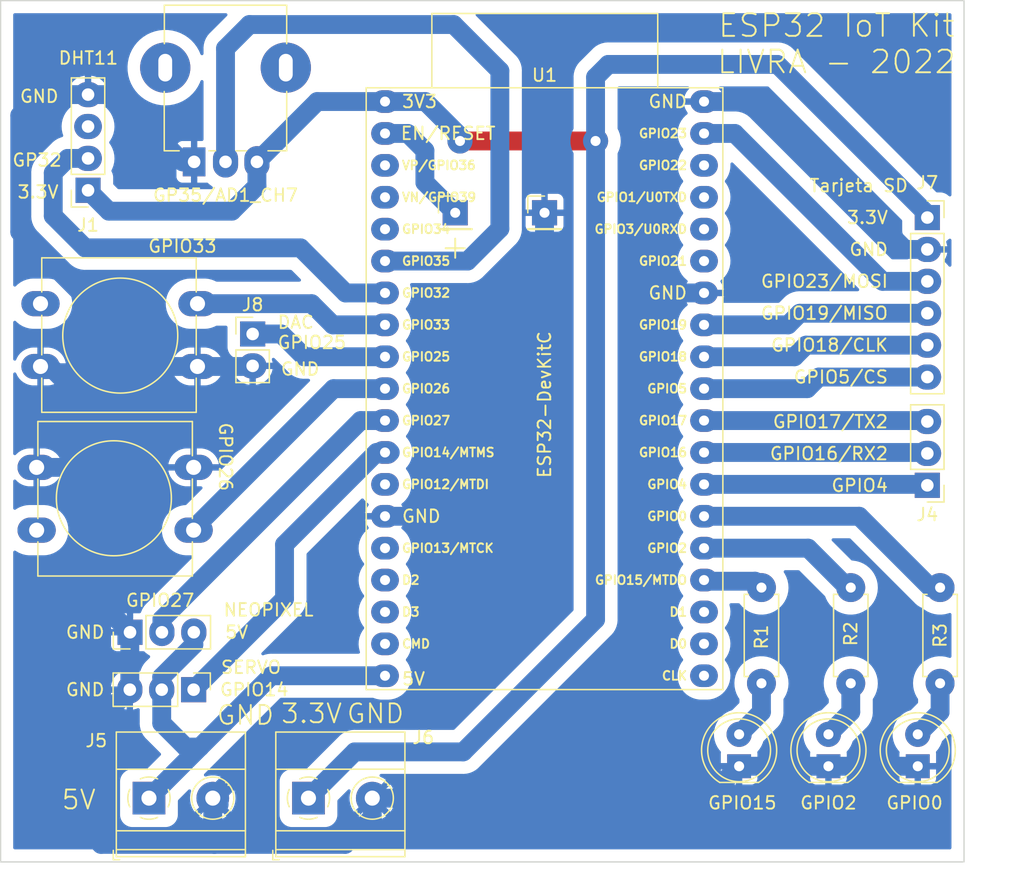
<source format=kicad_pcb>
(kicad_pcb (version 20211014) (generator pcbnew)
  (layers (0 "F.Cu" signal) (31 "B.Cu" signal) (34 "B.Paste" user) (35 "F.Paste" user) (36 "B.SilkS" user "B.Silkscreen") (37 "F.SilkS" user "F.Silkscreen") (38 "B.Mask" user) (39 "F.Mask" user) (44 "Edge.Cuts" user))
  (net 0 "")
  (net 1 "GND")
  (net 2 "Net-(J1-Pad2)")
  (net 3 "5v")
  (net 4 "3.3v")
  (net 5 "Net-(D1-Pad2)")
  (net 6 "btn1")
  (net 7 "btn2")
  (net 9 "/EN")
  (net 24 "Net-(R1-Pad2)")
  (net 25 "Net-(D2-Pad2)")
  (net 26 "Net-(J2-Pad2)")
  (net 27 "Net-(D3-Pad2)")
  (net 28 "Net-(J4-Pad1)")
  (net 29 "Net-(J4-Pad2)")
  (net 30 "Net-(J4-Pad3)")
  (net 31 "Net-(J7-Pad3)")
  (net 32 "Net-(J7-Pad4)")
  (net 33 "Net-(J7-Pad5)")
  (net 34 "Net-(J7-Pad6)")
  (net 35 "Net-(R2-Pad2)")
  (net 37 "Net-(J3-Pad1)")
  (net 38 "dac")
  (net 39 "Net-(R3-Pad1)")
  (net 40 "Net-(RV1-Pad2)")
  (footprint "Connector_PinHeader_2.54mm:PinHeader_1x03_P2.54mm_Vertical" (layer "F.Cu") (at 60.975 88.392 90)
    (fp_text reference "J2" hide)
    (fp_text value "NeoPixel")
    (fp_line (start -1.33 -1.33) (end 0 -1.33) (layer "F.SilkS") (width 0.12))
    (fp_line (start -1.33 0) (end -1.33 -1.33) (layer "F.SilkS") (width 0.12))
    (fp_line (start -1.33 1.27) (end -1.33 6.41) (layer "F.SilkS") (width 0.12))
    (fp_line (start -1.33 1.27) (end 1.33 1.27) (layer "F.SilkS") (width 0.12))
    (fp_line (start 1.33 1.27) (end 1.33 6.41) (layer "F.SilkS") (width 0.12))
    (fp_line (start -1.33 6.41) (end 1.33 6.41) (layer "F.SilkS") (width 0.12))
    (pad "1" thru_hole rect (at 0 0 90) (size 2 2) (drill 1) (layers *.Cu *.Mask) (net 1 "GND"))
    (pad "2" thru_hole oval (at 0 2.54 90) (size 2.2 2) (drill 1) (layers *.Cu *.Mask) (net 26 "Net-(J2-Pad2)"))
    (pad "3" thru_hole oval (at 0 5.08 90) (size 2.2 2) (drill 1) (layers *.Cu *.Mask) (net 3 "5v"))
  )
  (footprint "Resistor_THT:R_Axial_DIN0207_L6.3mm_D2.5mm_P7.62mm_Horizontal" (layer "F.Cu") (at 111.252 92.456 90)
    (fp_text reference "R1" (at 3.683 0 90) (layer "F.SilkS"))
    (fp_text value "470")
    (fp_line (start 0.54 1.37) (end 7.08 1.37) (layer "F.SilkS") (width 0.12))
    (fp_line (start 0.54 1.04) (end 0.54 1.37) (layer "F.SilkS") (width 0.12))
    (fp_line (start 7.08 -1.37) (end 7.08 -1.04) (layer "F.SilkS") (width 0.12))
    (fp_line (start 0.54 -1.37) (end 7.08 -1.37) (layer "F.SilkS") (width 0.12))
    (fp_line (start 0.54 -1.04) (end 0.54 -1.37) (layer "F.SilkS") (width 0.12))
    (fp_line (start 7.08 1.37) (end 7.08 1.04) (layer "F.SilkS") (width 0.12))
    (pad "1" thru_hole circle (at 0 0 90) (size 2.3 2.3) (drill 0.8) (layers *.Cu *.Mask) (net 27 "Net-(D3-Pad2)"))
    (pad "2" thru_hole circle (at 7.62 0 90) (size 2.3 2.3) (drill 0.8) (layers *.Cu *.Mask) (net 24 "Net-(R1-Pad2)"))
  )
  (footprint "LED_THT:LED_D5.0mm" (layer "F.Cu") (at 116.586 99.06 90)
    (fp_text reference "D2" hide)
    (fp_text value "AMARILLO")
    (fp_line (start -1.29 -1.545) (end -1.29 1.545) (layer "F.SilkS") (width 0.12))
    (fp_arc (start 4.26 -0.000462) (mid 2.072002 2.880433) (end -1.29 1.54483) (layer "F.SilkS") (width 0.12))
    (fp_arc (start -1.29 -1.54483) (mid 2.072002 -2.880433) (end 4.26 0.000462) (layer "F.SilkS") (width 0.12))
    (fp_circle (center 1.27 0) (end 3.77 0) (layer "F.SilkS") (width 0.12) (fill none))
    (pad "1" thru_hole rect (at 0 0 90) (size 1.9 1.9) (drill 0.8) (layers *.Cu *.Mask) (net 1 "GND"))
    (pad "2" thru_hole circle (at 2.54 0 90) (size 2 2) (drill 0.8) (layers *.Cu *.Mask) (net 25 "Net-(D2-Pad2)"))
  )
  (footprint "TerminalBlock_Phoenix:TerminalBlock_Phoenix_MKDS-1,5-2-5.08_1x02_P5.08mm_Horizontal" (layer "F.Cu") (at 62.484 101.6)
    (fp_text reference "J5" (at -4.191 -4.572) (layer "F.SilkS"))
    (fp_text value "Screw_Terminal_01x02")
    (fp_line (start -2.84 4.16) (end -2.84 4.9) (layer "F.SilkS") (width 0.12))
    (fp_line (start 6.355 -1.069) (end 6.308 -1.023) (layer "F.SilkS") (width 0.12))
    (fp_line (start 7.68 -5.261) (end 7.68 4.66) (layer "F.SilkS") (width 0.12))
    (fp_line (start -2.6 4.1) (end 7.68 4.1) (layer "F.SilkS") (width 0.12))
    (fp_line (start -2.84 4.9) (end -2.34 4.9) (layer "F.SilkS") (width 0.12))
    (fp_line (start 3.853 1.023) (end 3.806 1.069) (layer "F.SilkS") (width 0.12))
    (fp_line (start -2.6 2.6) (end 7.68 2.6) (layer "F.SilkS") (width 0.12))
    (fp_line (start 4.046 1.239) (end 4.011 1.274) (layer "F.SilkS") (width 0.12))
    (fp_line (start -2.6 4.66) (end 7.68 4.66) (layer "F.SilkS") (width 0.12))
    (fp_line (start -2.6 -5.261) (end -2.6 4.66) (layer "F.SilkS") (width 0.12))
    (fp_line (start -2.6 -2.301) (end 7.68 -2.301) (layer "F.SilkS") (width 0.12))
    (fp_line (start -2.6 -5.261) (end 7.68 -5.261) (layer "F.SilkS") (width 0.12))
    (fp_line (start 6.15 -1.275) (end 6.115 -1.239) (layer "F.SilkS") (width 0.12))
    (fp_arc (start 0.028805 1.680253) (mid -0.335551 1.646659) (end -0.684 1.535) (layer "F.SilkS") (width 0.12))
    (fp_arc (start 0.683318 1.534756) (mid 0.349292 1.643288) (end 0 1.68) (layer "F.SilkS") (width 0.12))
    (fp_arc (start -1.535427 0.683042) (mid -1.680501 -0.000524) (end -1.535 -0.684) (layer "F.SilkS") (width 0.12))
    (fp_arc (start 1.535427 -0.683042) (mid 1.680501 0.000524) (end 1.535 0.684) (layer "F.SilkS") (width 0.12))
    (fp_arc (start -0.683042 -1.535427) (mid 0.000524 -1.680501) (end 0.684 -1.535) (layer "F.SilkS") (width 0.12))
    (fp_circle (center 5.08 0) (end 6.76 0) (layer "F.SilkS") (width 0.12) (fill none))
    (pad "1" thru_hole rect (at 0 0) (size 2.6 2.6) (drill 1.2) (layers *.Cu *.Mask) (net 3 "5v"))
    (pad "2" thru_hole circle (at 5.08 0) (size 2.6 2.6) (drill 1.2) (layers *.Cu *.Mask) (net 1 "GND"))
  )
  (footprint "Connector_PinHeader_2.54mm:PinHeader_1x01_P2.54mm_Vertical" (layer "F.Cu") (at 93.98 54.991)
    (fp_text reference "J12" hide)
    (fp_text value "Conn_01x01_Male")
    (fp_line (start -1.33 1.33) (end 1.33 1.33) (layer "F.SilkS") (width 0.12))
    (fp_line (start -1.33 -1.33) (end 0 -1.33) (layer "F.SilkS") (width 0.12))
    (fp_line (start -1.33 0) (end -1.33 -1.33) (layer "F.SilkS") (width 0.12))
    (fp_line (start 1.33 1.27) (end 1.33 1.33) (layer "F.SilkS") (width 0.12))
    (fp_line (start -1.33 1.27) (end -1.33 1.33) (layer "F.SilkS") (width 0.12))
    (fp_line (start -1.33 1.27) (end 1.33 1.27) (layer "F.SilkS") (width 0.12))
    (pad "1" thru_hole rect (at 0 0) (size 2 2) (drill 0.8) (layers *.Cu *.Mask) (net 1 "GND"))
  )
  (footprint "Connector_PinHeader_2.54mm:PinHeader_1x03_P2.54mm_Vertical" (layer "F.Cu") (at 124.46 76.693 180)
    (fp_text reference "J4" (at 0 -2.33) (layer "F.SilkS"))
    (fp_text value "Conn_01x03_Male")
    (fp_line (start -1.33 6.41) (end 1.33 6.41) (layer "F.SilkS") (width 0.12))
    (fp_line (start 1.33 1.27) (end 1.33 6.41) (layer "F.SilkS") (width 0.12))
    (fp_line (start -1.33 1.27) (end 1.33 1.27) (layer "F.SilkS") (width 0.12))
    (fp_line (start -1.33 0) (end -1.33 -1.33) (layer "F.SilkS") (width 0.12))
    (fp_line (start -1.33 1.27) (end -1.33 6.41) (layer "F.SilkS") (width 0.12))
    (fp_line (start -1.33 -1.33) (end 0 -1.33) (layer "F.SilkS") (width 0.12))
    (pad "1" thru_hole rect (at 0 0 180) (size 2 2) (drill 1) (layers *.Cu *.Mask) (net 28 "Net-(J4-Pad1)"))
    (pad "2" thru_hole oval (at 0 2.54 180) (size 2.2 2) (drill 1) (layers *.Cu *.Mask) (net 29 "Net-(J4-Pad2)"))
    (pad "3" thru_hole oval (at 0 5.08 180) (size 2.2 2) (drill 1) (layers *.Cu *.Mask) (net 30 "Net-(J4-Pad3)"))
  )
  (footprint "LED_THT:LED_D5.0mm" (layer "F.Cu") (at 109.474 99.06 90)
    (fp_text reference "D3" hide)
    (fp_text value "VERDE")
    (fp_line (start -1.29 -1.545) (end -1.29 1.545) (layer "F.SilkS") (width 0.12))
    (fp_arc (start -1.29 -1.54483) (mid 2.072002 -2.880433) (end 4.26 0.000462) (layer "F.SilkS") (width 0.12))
    (fp_arc (start 4.26 -0.000462) (mid 2.072002 2.880433) (end -1.29 1.54483) (layer "F.SilkS") (width 0.12))
    (fp_circle (center 1.27 0) (end 3.77 0) (layer "F.SilkS") (width 0.12) (fill none))
    (pad "1" thru_hole rect (at 0 0 90) (size 1.9 1.9) (drill 0.8) (layers *.Cu *.Mask) (net 1 "GND"))
    (pad "2" thru_hole circle (at 2.54 0 90) (size 2 2) (drill 0.8) (layers *.Cu *.Mask) (net 27 "Net-(D3-Pad2)"))
  )
  (footprint "Button_Switch_THT:SW_PUSH-12mm" (layer "F.Cu") (at 53.848 62.23)
    (fp_text reference "SW1" hide)
    (fp_text value "SW_Push")
    (fp_line (start 12.4 -3.65) (end 12.4 -0.93) (layer "F.SilkS") (width 0.12))
    (fp_line (start 12.4 8.65) (end 0.1 8.65) (layer "F.SilkS") (width 0.12))
    (fp_line (start 0.1 -3.65) (end 12.4 -3.65) (layer "F.SilkS") (width 0.12))
    (fp_line (start 0.1 4.07) (end 0.1 0.93) (layer "F.SilkS") (width 0.12))
    (fp_line (start 0.1 -0.93) (end 0.1 -3.65) (layer "F.SilkS") (width 0.12))
    (fp_line (start 0.1 8.65) (end 0.1 5.93) (layer "F.SilkS") (width 0.12))
    (fp_line (start 12.4 5.93) (end 12.4 8.65) (layer "F.SilkS") (width 0.12))
    (fp_line (start 12.4 0.93) (end 12.4 4.07) (layer "F.SilkS") (width 0.12))
    (fp_circle (center 6.35 2.54) (end 10.16 5.08) (layer "F.SilkS") (width 0.12) (fill none))
    (pad "1" thru_hole oval (at 0 0) (size 3.048 2) (drill 1.2) (layers *.Cu *.Mask) (net 6 "btn1"))
    (pad "1" thru_hole oval (at 12.5 0) (size 3.048 2) (drill 1.2) (layers *.Cu *.Mask) (net 6 "btn1"))
    (pad "2" thru_hole oval (at 12.5 5) (size 3.048 2) (drill 1.2) (layers *.Cu *.Mask) (net 1 "GND"))
    (pad "2" thru_hole oval (at 0 5) (size 3.048 2) (drill 1.2) (layers *.Cu *.Mask) (net 1 "GND"))
  )
  (footprint "Connector_PinSocket_2.54mm:PinSocket_1x06_P2.54mm_Vertical" (layer "F.Cu") (at 124.46 55.372)
    (fp_text reference "J7" (at 0 -2.77) (layer "F.SilkS"))
    (fp_text value "Conn_01x06_Female")
    (fp_line (start 1.33 1.27) (end 1.33 14.03) (layer "F.SilkS") (width 0.12))
    (fp_line (start -1.33 14.03) (end 1.33 14.03) (layer "F.SilkS") (width 0.12))
    (fp_line (start 0 -1.33) (end 1.33 -1.33) (layer "F.SilkS") (width 0.12))
    (fp_line (start -1.33 1.27) (end -1.33 14.03) (layer "F.SilkS") (width 0.12))
    (fp_line (start -1.33 1.27) (end 1.33 1.27) (layer "F.SilkS") (width 0.12))
    (fp_line (start 1.33 -1.33) (end 1.33 0) (layer "F.SilkS") (width 0.12))
    (pad "1" thru_hole rect (at 0 0) (size 2 2) (drill 1) (layers *.Cu *.Mask) (net 4 "3.3v"))
    (pad "2" thru_hole oval (at 0 2.54) (size 2.2 2) (drill 1) (layers *.Cu *.Mask) (net 1 "GND"))
    (pad "3" thru_hole oval (at 0 5.08) (size 2.2 2) (drill 1) (layers *.Cu *.Mask) (net 31 "Net-(J7-Pad3)"))
    (pad "4" thru_hole oval (at 0 7.62) (size 2.2 2) (drill 1) (layers *.Cu *.Mask) (net 32 "Net-(J7-Pad4)"))
    (pad "5" thru_hole oval (at 0 10.16) (size 2.2 2) (drill 1) (layers *.Cu *.Mask) (net 33 "Net-(J7-Pad5)"))
    (pad "6" thru_hole oval (at 0 12.7) (size 2.2 2) (drill 1) (layers *.Cu *.Mask) (net 34 "Net-(J7-Pad6)"))
  )
  (footprint "TerminalBlock_Phoenix:TerminalBlock_Phoenix_MKDS-1,5-2-5.08_1x02_P5.08mm_Horizontal" (layer "F.Cu") (at 75.184 101.6)
    (fp_text reference "J6" (at 9.144 -4.826) (layer "F.SilkS"))
    (fp_text value "Screw_Terminal_01x02")
    (fp_line (start -2.84 4.9) (end -2.34 4.9) (layer "F.SilkS") (width 0.12))
    (fp_line (start -2.6 2.6) (end 7.68 2.6) (layer "F.SilkS") (width 0.12))
    (fp_line (start -2.6 4.1) (end 7.68 4.1) (layer "F.SilkS") (width 0.12))
    (fp_line (start 6.355 -1.069) (end 6.308 -1.023) (layer "F.SilkS") (width 0.12))
    (fp_line (start 3.853 1.023) (end 3.806 1.069) (layer "F.SilkS") (width 0.12))
    (fp_line (start -2.84 4.16) (end -2.84 4.9) (layer "F.SilkS") (width 0.12))
    (fp_line (start 4.046 1.239) (end 4.011 1.274) (layer "F.SilkS") (width 0.12))
    (fp_line (start 7.68 -5.261) (end 7.68 4.66) (layer "F.SilkS") (width 0.12))
    (fp_line (start -2.6 4.66) (end 7.68 4.66) (layer "F.SilkS") (width 0.12))
    (fp_line (start -2.6 -5.261) (end 7.68 -5.261) (layer "F.SilkS") (width 0.12))
    (fp_line (start -2.6 -5.261) (end -2.6 4.66) (layer "F.SilkS") (width 0.12))
    (fp_line (start 6.15 -1.275) (end 6.115 -1.239) (layer "F.SilkS") (width 0.12))
    (fp_line (start -2.6 -2.301) (end 7.68 -2.301) (layer "F.SilkS") (width 0.12))
    (fp_arc (start -1.535427 0.683042) (mid -1.680501 -0.000524) (end -1.535 -0.684) (layer "F.SilkS") (width 0.12))
    (fp_arc (start 0.683318 1.534756) (mid 0.349292 1.643288) (end 0 1.68) (layer "F.SilkS") (width 0.12))
    (fp_arc (start 0.028805 1.680253) (mid -0.335551 1.646659) (end -0.684 1.535) (layer "F.SilkS") (width 0.12))
    (fp_arc (start 1.535427 -0.683042) (mid 1.680501 0.000524) (end 1.535 0.684) (layer "F.SilkS") (width 0.12))
    (fp_arc (start -0.683042 -1.535427) (mid 0.000524 -1.680501) (end 0.684 -1.535) (layer "F.SilkS") (width 0.12))
    (fp_circle (center 5.08 0) (end 6.76 0) (layer "F.SilkS") (width 0.12) (fill none))
    (pad "1" thru_hole rect (at 0 0) (size 2.6 2.6) (drill 1.2) (layers *.Cu *.Mask) (net 4 "3.3v"))
    (pad "2" thru_hole circle (at 5.08 0) (size 2.6 2.6) (drill 1.2) (layers *.Cu *.Mask) (net 1 "GND"))
  )
  (footprint "LED_THT:LED_D5.0mm" (layer "F.Cu") (at 123.698 99.06 90)
    (fp_text reference "D1" hide)
    (fp_text value "ROJO")
    (fp_line (start -1.29 -1.545) (end -1.29 1.545) (layer "F.SilkS") (width 0.12))
    (fp_arc (start 4.26 -0.000462) (mid 2.072002 2.880433) (end -1.29 1.54483) (layer "F.SilkS") (width 0.12))
    (fp_arc (start -1.29 -1.54483) (mid 2.072002 -2.880433) (end 4.26 0.000462) (layer "F.SilkS") (width 0.12))
    (fp_circle (center 1.27 0) (end 3.77 0) (layer "F.SilkS") (width 0.12) (fill none))
    (pad "1" thru_hole rect (at 0 0 90) (size 1.9 1.9) (drill 0.8) (layers *.Cu *.Mask) (net 1 "GND"))
    (pad "2" thru_hole circle (at 2.54 0 90) (size 2 2) (drill 0.8) (layers *.Cu *.Mask) (net 5 "Net-(D1-Pad2)"))
  )
  (footprint "Connector_PinHeader_2.54mm:PinHeader_1x02_P2.54mm_Vertical" (layer "F.Cu") (at 70.739 64.643)
    (fp_text reference "J8" (at 0 -2.33) (layer "F.SilkS"))
    (fp_text value "Conn_01x02_Male")
    (fp_line (start -1.33 1.27) (end 1.33 1.27) (layer "F.SilkS") (width 0.12))
    (fp_line (start 1.33 1.27) (end 1.33 3.87) (layer "F.SilkS") (width 0.12))
    (fp_line (start -1.33 1.27) (end -1.33 3.87) (layer "F.SilkS") (width 0.12))
    (fp_line (start -1.33 -1.33) (end 0 -1.33) (layer "F.SilkS") (width 0.12))
    (fp_line (start -1.33 0) (end -1.33 -1.33) (layer "F.SilkS") (width 0.12))
    (fp_line (start -1.33 3.87) (end 1.33 3.87) (layer "F.SilkS") (width 0.12))
    (pad "1" thru_hole rect (at 0 0) (size 2 2) (drill 1) (layers *.Cu *.Mask) (net 38 "dac"))
    (pad "2" thru_hole oval (at 0 2.54) (size 2.2 2) (drill 1) (layers *.Cu *.Mask) (net 1 "GND"))
  )
  (footprint "Connector_PinHeader_2.54mm:PinHeader_1x01_P2.54mm_Vertical" (layer "F.Cu") (at 86.868 54.991)
    (fp_text reference "J11" hide)
    (fp_text value "Conn_01x01_Male")
    (fp_line (start -1.33 1.27) (end -1.33 1.33) (layer "F.SilkS") (width 0.12))
    (fp_line (start -1.33 -1.33) (end 0 -1.33) (layer "F.SilkS") (width 0.12))
    (fp_line (start 1.33 1.27) (end 1.33 1.33) (layer "F.SilkS") (width 0.12))
    (fp_line (start -1.33 0) (end -1.33 -1.33) (layer "F.SilkS") (width 0.12))
    (fp_line (start -1.33 1.27) (end 1.33 1.27) (layer "F.SilkS") (width 0.12))
    (fp_line (start -1.33 1.33) (end 1.33 1.33) (layer "F.SilkS") (width 0.12))
    (pad "1" thru_hole rect (at 0 0) (size 2 2) (drill 0.8) (layers *.Cu *.Mask) (net 9 "/EN"))
  )
  (footprint "Button_Switch_THT:SW_PUSH-12mm" (layer "F.Cu") (at 66.04 80.264 180)
    (fp_text reference "SW2" hide)
    (fp_text value "SW_Push")
    (fp_line (start 12.4 5.93) (end 12.4 8.65) (layer "F.SilkS") (width 0.12))
    (fp_line (start 12.4 -3.65) (end 12.4 -0.93) (layer "F.SilkS") (width 0.12))
    (fp_line (start 12.4 8.65) (end 0.1 8.65) (layer "F.SilkS") (width 0.12))
    (fp_line (start 0.1 -3.65) (end 12.4 -3.65) (layer "F.SilkS") (width 0.12))
    (fp_line (start 0.1 8.65) (end 0.1 5.93) (layer "F.SilkS") (width 0.12))
    (fp_line (start 0.1 4.07) (end 0.1 0.93) (layer "F.SilkS") (width 0.12))
    (fp_line (start 0.1 -0.93) (end 0.1 -3.65) (layer "F.SilkS") (width 0.12))
    (fp_line (start 12.4 0.93) (end 12.4 4.07) (layer "F.SilkS") (width 0.12))
    (fp_circle (center 6.35 2.54) (end 10.16 5.08) (layer "F.SilkS") (width 0.12) (fill none))
    (pad "1" thru_hole oval (at 12.5 0 180) (size 3.048 2) (drill 1.2) (layers *.Cu *.Mask) (net 7 "btn2"))
    (pad "1" thru_hole oval (at 0 0 180) (size 3.048 2) (drill 1.2) (layers *.Cu *.Mask) (net 7 "btn2"))
    (pad "2" thru_hole oval (at 12.5 5 180) (size 3.048 2) (drill 1.2) (layers *.Cu *.Mask) (net 1 "GND"))
    (pad "2" thru_hole oval (at 0 5 180) (size 3.048 2) (drill 1.2) (layers *.Cu *.Mask) (net 1 "GND"))
  )
  (footprint "Espressif:ESP32-DevKitC" (layer "F.Cu") (at 81.27632 46.13384)
    (fp_text reference "U1" (at 12.70368 -2.09728) (layer "F.SilkS"))
    (fp_text value "ESP32-DevKitC" (at 12.70368 24.13272 90) (layer "F.SilkS"))
    (fp_text user "GPIO4" (at 24.13368 30.48272 unlocked) (layer "F.SilkS") (effects (font (size 0.7 0.7)) (justify right)))
    (fp_text user "GND" (at 1.27368 33.02272 unlocked) (layer "F.SilkS") (effects (justify left)))
    (fp_text user "3V3" (at 1.27368 0.00272 unlocked) (layer "F.SilkS") (effects (justify left)))
    (fp_text user "GPIO32" (at 1.27368 15.24272 unlocked) (layer "F.SilkS") (effects (font (size 0.7 0.7)) (justify left)))
    (fp_text user "GPIO2" (at 24.13368 35.56272 unlocked) (layer "F.SilkS") (effects (font (size 0.7 0.7)) (justify right)))
    (fp_text user "GPIO12/MTDI" (at 1.27368 30.48272 unlocked) (layer "F.SilkS") (effects (font (size 0.7 0.7)) (justify left)))
    (fp_text user "GPIO1/U0TXD" (at 24.13368 7.62272 unlocked) (layer "F.SilkS") (effects (font (size 0.7 0.7)) (justify right)))
    (fp_text user "GPIO34" (at 1.27368 10.16272 unlocked) (layer "F.SilkS") (effects (font (size 0.7 0.7)) (justify left)))
    (fp_text user "GPIO17" (at 24.13368 25.40272 unlocked) (layer "F.SilkS") (effects (font (size 0.7 0.7)) (justify right)))
    (fp_text user "CLK" (at 24.13368 45.72272 unlocked) (layer "F.SilkS") (effects (font (size 0.7 0.7)) (justify right)))
    (fp_text user "GPIO26" (at 1.27368 22.86272 unlocked) (layer "F.SilkS") (effects (font (size 0.7 0.7)) (justify left)))
    (fp_text user "GPIO0" (at 24.13368 33.02272 unlocked) (layer "F.SilkS") (effects (font (size 0.7 0.7)) (justify right)))
    (fp_text user "GPIO18" (at 24.13368 20.32272 unlocked) (layer "F.SilkS") (effects (font (size 0.7 0.7)) (justify right)))
    (fp_text user "GPIO23" (at 24.13368 2.54272 unlocked) (layer "F.SilkS") (effects (font (size 0.7 0.7)) (justify right)))
    (fp_text user "GND" (at 24.13368 0.00272 unlocked) (layer "F.SilkS") (effects (justify right)))
    (fp_text user "GND" (at 24.13368 15.24272 unlocked) (layer "F.SilkS") (effects (justify right)))
    (fp_text user "CMD" (at 1.27368 43.18272 unlocked) (layer "F.SilkS") (effects (font (size 0.7 0.7)) (justify left)))
    (fp_text user "D0" (at 24.13368 43.18272 unlocked) (layer "F.SilkS") (effects (font (size 0.7 0.7)) (justify right)))
    (fp_text user "GPIO35" (at 1.27368 12.70272 unlocked) (layer "F.SilkS") (effects (font (size 0.7 0.7)) (justify left)))
    (fp_text user "GPIO5" (at 24.13368 22.86272 unlocked) (layer "F.SilkS") (effects (font (size 0.7 0.7)) (justify right)))
    (fp_text user "D3" (at 1.27368 40.64272 unlocked) (layer "F.SilkS") (effects (font (size 0.7 0.7)) (justify left)))
    (fp_text user "GPIO15/MTDO" (at 24.13368 38.10272 unlocked) (layer "F.SilkS") (effects (font (size 0.7 0.7)) (justify right)))
    (fp_text user "GPIO19" (at 24.13368 17.78272 unlocked) (layer "F.SilkS") (effects (font (size 0.7 0.7)) (justify right)))
    (fp_text user "GPIO14/MTMS" (at 1.27368 27.94272 unlocked) (layer "F.SilkS") (effects (font (size 0.7 0.7)) (justify left)))
    (fp_text user "5V" (at 1.27 45.974 unlocked) (layer "F.SilkS") (effects (justify left)))
    (fp_text user "GPIO33" (at 1.27368 17.78272 unlocked) (layer "F.SilkS") (effects (font (size 0.7 0.7)) (justify left)))
    (fp_text user "GPIO16" (at 24.13368 27.94272 unlocked) (layer "F.SilkS") (effects (font (size 0.7 0.7)) (justify right)))
    (fp_text user "VN/GPIO39" (at 1.27368 7.62272 unlocked) (layer "F.SilkS") (effects (font (size 0.7 0.7)) (justify left)))
    (fp_text user "D2" (at 1.27368 38.10272 unlocked) (layer "F.SilkS") (effects (font (size 0.7 0.7)) (justify left)))
    (fp_text user "GPIO27" (at 1.27368 25.40272 unlocked) (layer "F.SilkS") (effects (font (size 0.7 0.7)) (justify left)))
    (fp_text user "GPIO13/MTCK" (at 1.27368 35.56272 unlocked) (layer "F.SilkS") (effects (font (size 0.7 0.7)) (justify left)))
    (fp_text user "D1" (at 24.13368 40.64272 unlocked) (layer "F.SilkS") (effects (font (size 0.7 0.7)) (justify right)))
    (fp_text user "GPIO22" (at 24.13368 5.08272 unlocked) (layer "F.SilkS") (effects (font (size 0.7 0.7)) (justify right)))
    (fp_text user "VP/GPIO36" (at 1.27368 5.08272 unlocked) (layer "F.SilkS") (effects (font (size 0.7 0.7)) (justify left)))
    (fp_text user "EN/RESET" (at 8.89 2.54 unlocked) (layer "F.SilkS") (effects (justify right)))
    (fp_text user "GPIO3/U0RXD" (at 24.13368 10.16272 unlocked) (layer "F.SilkS") (effects (font (size 0.7 0.7)) (justify right)))
    (fp_text user "GPIO25" (at 1.27368 20.32272 unlocked) (layer "F.SilkS") (effects (font (size 0.7 0.7)) (justify left)))
    (fp_text user "GPIO21" (at 24.13368 12.70272 unlocked) (layer "F.SilkS") (effects (font (size 0.7 0.7)) (justify right)))
    (fp_line (start 26.903679 46.82272) (end 26.90368 -1.09728) (layer "F.SilkS") (width 0.12))
    (fp_line (start 3.7338 -7.0104) (end 21.717 -7.0104) (layer "F.SilkS") (width 0.12))
    (fp_line (start -1.49632 46.82272) (end 26.903679 46.82272) (layer "F.SilkS") (width 0.12))
    (fp_line (start 26.90368 -1.09728) (end -1.496319 -1.09728) (layer "F.SilkS") (width 0.12))
    (fp_line (start 3.7338 -1.1176) (end 3.7338 -7.0104) (layer "F.SilkS") (width 0.12))
    (fp_line (start 21.717 -7.0104) (end 21.717 -1.1176) (layer "F.SilkS") (width 0.12))
    (fp_line (start -1.496319 -1.09728) (end -1.49632 46.82272) (layer "F.SilkS") (width 0.12))
    (pad "1" thru_hole oval locked (at 0.00368 0.00272 270) (size 1.8 2.2) (drill 0.8) (layers *.Cu *.Mask) (net 4 "3.3v"))
    (pad "2" thru_hole oval locked (at 0.00368 2.54272 270) (size 1.8 2.2) (drill 0.8) (layers *.Cu *.Mask) (net 9 "/EN"))
    (pad "3" thru_hole oval locked (at 0.00368 5.08272 270) (size 1.8 2.2) (drill 0.8) (layers *.Cu *.Mask))
    (pad "4" thru_hole oval locked (at 0.00368 7.62272 270) (size 1.8 2.2) (drill 0.8) (layers *.Cu *.Mask))
    (pad "5" thru_hole oval locked (at 0.00368 10.16272 270) (size 1.8 2.2) (drill 0.8) (layers *.Cu *.Mask))
    (pad "6" thru_hole oval locked (at 0.00368 12.70272 270) (size 1.8 2.2) (drill 0.8) (layers *.Cu *.Mask) (net 40 "Net-(RV1-Pad2)"))
    (pad "7" thru_hole oval locked (at 0.00368 15.24272 270) (size 1.8 2.2) (drill 0.8) (layers *.Cu *.Mask) (net 2 "Net-(J1-Pad2)"))
    (pad "8" thru_hole oval locked (at 0.00368 17.78272 270) (size 1.8 2.2) (drill 0.8) (layers *.Cu *.Mask) (net 6 "btn1"))
    (pad "9" thru_hole oval locked (at 0.00368 20.32272 270) (size 1.8 2.2) (drill 0.8) (layers *.Cu *.Mask) (net 38 "dac"))
    (pad "10" thru_hole oval locked (at 0.00368 22.86272 270) (size 1.8 2.2) (drill 0.8) (layers *.Cu *.Mask) (net 7 "btn2"))
    (pad "11" thru_hole oval locked (at 0.00368 25.40272 270) (size 1.8 2.2) (drill 0.8) (layers *.Cu *.Mask) (net 26 "Net-(J2-Pad2)"))
    (pad "12" thru_hole oval locked (at 0.00368 27.94272 270) (size 1.8 2.2) (drill 0.8) (layers *.Cu *.Mask) (net 37 "Net-(J3-Pad1)"))
    (pad "13" thru_hole oval locked (at 0.00368 30.48272 270) (size 1.8 2.2) (drill 0.8) (layers *.Cu *.Mask))
    (pad "14" thru_hole oval locked (at 0.00368 33.02272 270) (size 1.8 2.2) (drill 0.8) (layers *.Cu *.Mask) (net 1 "GND"))
    (pad "15" thru_hole oval locked (at 0.00368 35.56272 270) (size 1.8 2.2) (drill 0.8) (layers *.Cu *.Mask))
    (pad "16" thru_hole oval locked (at 0.00368 38.10272 270) (size 1.8 2.2) (drill 0.8) (layers *.Cu *.Mask))
    (pad "17" thru_hole oval locked (at 0.00368 40.64272 270) (size 1.8 2.2) (drill 0.8) (layers *.Cu *.Mask))
    (pad "18" thru_hole oval locked (at 0.00368 43.18272 270) (size 1.8 2.2) (drill 0.8) (layers *.Cu *.Mask))
    (pad "19" thru_hole oval locked (at 0.00368 45.72272 270) (size 1.8 2.2) (drill 0.8) (layers *.Cu *.Mask) (net 3 "5v"))
    (pad "20" thru_hole oval locked (at 25.4 45.72 270) (size 1.8 2.2) (drill 0.8) (layers *.Cu *.Mask))
    (pad "21" thru_hole oval locked (at 25.4 43.18 270) (size 1.8 2.2) (drill 0.8) (layers *.Cu *.Mask))
    (pad "22" thru_hole oval locked (at 25.40368 40.64272 270) (size 1.8 2.2) (drill 0.8) (layers *.Cu *.Mask))
    (pad "23" thru_hole oval locked (at 25.40368 38.10272 270) (size 1.8 2.2) (drill 0.8) (layers *.Cu *.Mask) (net 24 "Net-(R1-Pad2)"))
    (pad "24" thru_hole oval locked (at 25.40368 35.56272 270) (size 1.8 2.2) (drill 0.8) (layers *.Cu *.Mask) (net 35 "Net-(R2-Pad2)"))
    (pad "25" thru_hole oval locked (at 25.40368 33.02272 270) (size 1.8 2.2) (drill 0.8) (layers *.Cu *.Mask) (net 39 "Net-(R3-Pad1)"))
    (pad "26" thru_hole oval locked (at 25.40368 30.48272 270) (size 1.8 2.2) (drill 0.8) (layers *.Cu *.Mask) (net 28 "Net-(J4-Pad1)"))
    (pad "27" thru_hole oval locked (at 25.40368 27.94272 270) (size 1.8 2.2) (drill 0.8) (layers *.Cu *.Mask) (net 29 "Net-(J4-Pad2)"))
    (pad "28" thru_hole oval locked (at 25.40368 25.40272 270) (size 1.8 2.2) (drill 0.8) (layers *.Cu *.Mask) (net 30 "Net-(J4-Pad3)"))
    (pad "29" thru_hole oval locked (at 25.40368 22.86272 270) (size 1.8 2.2) (drill 0.8) (layers *.Cu *.Mask) (net 34 "Net-(J7-Pad6)"))
    (pad "30" thru_hole oval locked (at 25.40368 20.32272 270) (size 1.8 2.2) (drill 0.8) (layers *.Cu *.Mask) (net 33 "Net-(J7-Pad5)"))
    (pad "31" thru_hole oval locked (at 25.40368 17.78272 270) (size 1.8 2.2) (drill 0.8) (layers *.Cu *.Mask) (net 32 "Net-(J7-Pad4)"))
    (pad "32" thru_hole oval locked (at 25.40368 15.24272 270) (size 1.8 2.2) (drill 0.8) (layers *.Cu *.Mask) (net 1 "GND"))
    (pad "33" thru_hole oval locked (at 25.40368 12.70272 270) (size 1.8 2.2) (drill 0.8) (layers *.Cu *.Mask))
    (pad "34" thru_hole oval locked (at 25.40368 10.16272 270) (size 1.8 2.2) (drill 0.8) (layers *.Cu *.Mask))
    (pad "35" thru_hole oval locked (at 25.40368 7.62272 270) (size 1.8 2.2) (drill 0.8) (layers *.Cu *.Mask))
    (pad "36" thru_hole oval locked (at 25.40368 5.08272 270) (size 1.8 2.2) (drill 0.8) (layers *.Cu *.Mask))
    (pad "37" thru_hole oval locked (at 25.40368 2.54272 270) (size 1.8 2.2) (drill 0.8) (layers *.Cu *.Mask) (net 31 "Net-(J7-Pad3)"))
    (pad "38" thru_hole oval locked (at 25.40368 0.00272 270) (size 1.8 2.2) (drill 0.8) (layers *.Cu *.Mask) (net 1 "GND"))
  )
  (footprint "Resistor_THT:R_Axial_DIN0207_L6.3mm_D2.5mm_P7.62mm_Horizontal" (layer "F.Cu") (at 125.476 84.836 -90)
    (fp_text reference "R3" (at 3.81 0 90) (layer "F.SilkS"))
    (fp_text value "470")
    (fp_line (start 0.54 -1.37) (end 7.08 -1.37) (layer "F.SilkS") (width 0.12))
    (fp_line (start 0.54 1.04) (end 0.54 1.37) (layer "F.SilkS") (width 0.12))
    (fp_line (start 7.08 1.37) (end 7.08 1.04) (layer "F.SilkS") (width 0.12))
    (fp_line (start 0.54 -1.04) (end 0.54 -1.37) (layer "F.SilkS") (width 0.12))
    (fp_line (start 7.08 -1.37) (end 7.08 -1.04) (layer "F.SilkS") (width 0.12))
    (fp_line (start 0.54 1.37) (end 7.08 1.37) (layer "F.SilkS") (width 0.12))
    (pad "1" thru_hole circle (at 0 0 270) (size 2.3 2.3) (drill 0.8) (layers *.Cu *.Mask) (net 39 "Net-(R3-Pad1)"))
    (pad "2" thru_hole circle (at 7.62 0 270) (size 2.3 2.3) (drill 0.8) (layers *.Cu *.Mask) (net 5 "Net-(D1-Pad2)"))
  )
  (footprint "Potentiometer_THT:Potentiometer_Alpha_RD901F-40-00D_Single_Vertical" (layer "F.Cu") (at 66.08 50.937 90)
    (fp_text reference "RV1" hide)
    (fp_text value "R_Potentiometer")
    (fp_line (start 0.88 7.37) (end 5.6 7.37) (layer "F.SilkS") (width 0.12))
    (fp_line (start 12.47 7.37) (end 12.47 -2.37) (layer "F.SilkS") (width 0.12))
    (fp_line (start 9.41 -2.37) (end 12.47 -2.37) (layer "F.SilkS") (width 0.12))
    (fp_line (start 9.41 7.37) (end 12.47 7.37) (layer "F.SilkS") (width 0.12))
    (fp_line (start 0.88 1.71) (end 0.88 1.18) (layer "F.SilkS") (width 0.12))
    (fp_line (start 0.88 4.16) (end 0.88 3.33) (layer "F.SilkS") (width 0.12))
    (fp_line (start 0.88 7.37) (end 0.88 5.88) (layer "F.SilkS") (width 0.12))
    (fp_line (start 0.88 -2.38) (end 5.6 -2.38) (layer "F.SilkS") (width 0.12))
    (fp_line (start 0.88 -1.19) (end 0.88 -2.37) (layer "F.SilkS") (width 0.12))
    (pad "" thru_hole oval (at 7.5 7.3 180) (size 4 4) (drill oval 1.1 2.2) (layers *.Cu *.Mask))
    (pad "" thru_hole oval (at 7.5 -2.3 180) (size 4 4) (drill oval 1.1 2.2) (layers *.Cu *.Mask))
    (pad "1" thru_hole rect (at 0 0 180) (size 1.8 2.3) (drill 1) (layers *.Cu *.Mask) (net 1 "GND"))
    (pad "2" thru_hole oval (at 0 2.5 180) (size 2 2.5) (drill 1) (layers *.Cu *.Mask) (net 40 "Net-(RV1-Pad2)"))
    (pad "3" thru_hole oval (at 0 5 180) (size 2 2.5) (drill 1) (layers *.Cu *.Mask) (net 4 "3.3v"))
  )
  (footprint "Connector_PinSocket_2.54mm:PinSocket_1x04_P2.54mm_Vertical" (layer "F.Cu") (at 57.633 53.203 180)
    (fp_text reference "J1" (at 0 -2.77) (layer "F.SilkS"))
    (fp_text value "DHT11")
    (fp_line (start -1.33 1.27) (end -1.33 8.95) (layer "F.SilkS") (width 0.12))
    (fp_line (start -1.33 8.95) (end 1.33 8.95) (layer "F.SilkS") (width 0.12))
    (fp_line (start 1.33 1.27) (end 1.33 8.95) (layer "F.SilkS") (width 0.12))
    (fp_line (start 0 -1.33) (end 1.33 -1.33) (layer "F.SilkS") (width 0.12))
    (fp_line (start -1.33 1.27) (end 1.33 1.27) (layer "F.SilkS") (width 0.12))
    (fp_line (start 1.33 -1.33) (end 1.33 0) (layer "F.SilkS") (width 0.12))
    (pad "1" thru_hole rect (at 0 0 180) (size 2 2) (drill 1) (layers *.Cu *.Mask) (net 4 "3.3v"))
    (pad "2" thru_hole oval (at 0 2.54 180) (size 2.2 2) (drill 1) (layers *.Cu *.Mask) (net 2 "Net-(J1-Pad2)"))
    (pad "3" thru_hole oval (at 0 5.08 180) (size 2.2 2) (drill 1) (layers *.Cu *.Mask))
    (pad "4" thru_hole oval (at 0 7.62 180) (size 2.2 2) (drill 1) (layers *.Cu *.Mask) (net 1 "GND"))
  )
  (footprint "Resistor_THT:R_Axial_DIN0207_L6.3mm_D2.5mm_P7.62mm_Horizontal" (layer "F.Cu") (at 118.364 92.456 90)
    (fp_text reference "R2" (at 3.937 0 90) (layer "F.SilkS"))
    (fp_text value "470")
    (fp_line (start 0.54 -1.37) (end 7.08 -1.37) (layer "F.SilkS") (width 0.12))
    (fp_line (start 0.54 1.37) (end 7.08 1.37) (layer "F.SilkS") (width 0.12))
    (fp_line (start 7.08 -1.37) (end 7.08 -1.04) (layer "F.SilkS") (width 0.12))
    (fp_line (start 7.08 1.37) (end 7.08 1.04) (layer "F.SilkS") (width 0.12))
    (fp_line (start 0.54 1.04) (end 0.54 1.37) (layer "F.SilkS") (width 0.12))
    (fp_line (start 0.54 -1.04) (end 0.54 -1.37) (layer "F.SilkS") (width 0.12))
    (pad "1" thru_hole circle (at 0 0 90) (size 2.3 2.3) (drill 0.8) (layers *.Cu *.Mask) (net 25 "Net-(D2-Pad2)"))
    (pad "2" thru_hole circle (at 7.62 0 90) (size 2.3 2.3) (drill 0.8) (layers *.Cu *.Mask) (net 35 "Net-(R2-Pad2)"))
  )
  (footprint "Connector_PinHeader_2.54mm:PinHeader_1x03_P2.54mm_Vertical" (layer "F.Cu") (at 66.04 92.964 -90)
    (fp_text reference "J3" hide)
    (fp_text value "Servo")
    (fp_line (start 1.33 1.27) (end 1.33 6.41) (layer "F.SilkS") (width 0.12))
    (fp_line (start -1.33 0) (end -1.33 -1.33) (layer "F.SilkS") (width 0.12))
    (fp_line (start -1.33 1.27) (end 1.33 1.27) (layer "F.SilkS") (width 0.12))
    (fp_line (start -1.33 6.41) (end 1.33 6.41) (layer "F.SilkS") (width 0.12))
    (fp_line (start -1.33 1.27) (end -1.33 6.41) (layer "F.SilkS") (width 0.12))
    (fp_line (start -1.33 -1.33) (end 0 -1.33) (layer "F.SilkS") (width 0.12))
    (pad "1" thru_hole rect (at 0 0 270) (size 2 2) (drill 1) (layers *.Cu *.Mask) (net 37 "Net-(J3-Pad1)"))
    (pad "2" thru_hole oval (at 0 2.54 270) (size 2.2 2) (drill 1) (layers *.Cu *.Mask) (net 3 "5v"))
    (pad "3" thru_hole oval (at 0 5.08 270) (size 2.2 2) (drill 1) (layers *.Cu *.Mask) (net 1 "GND"))
  )
  (gr_rect (start 50.673 38.1) (end 127.381 106.68) (layer "Edge.Cuts") (width 0.1) (fill none))
  (gr_text "GND" (at 121.412 57.912) (layer "F.SilkS") (effects (font (size 1 1)) (justify right)))
  (gr_text "DHT11" (at 57.658 42.672) (layer "F.SilkS") (effects (font (size 1 1))))
  (gr_text "GPIO18/CLK" (at 121.412 65.532) (layer "F.SilkS") (effects (font (size 1 1)) (justify right)))
  (gr_text "5V" (at 56.896 101.727) (layer "F.SilkS") (effects (font (size 1.5 1.5))))
  (gr_text "GPIO5/CS" (at 121.412 68.072) (layer "F.SilkS") (effects (font (size 1 1)) (justify right)))
  (gr_text "5V" (at 69.469 88.392) (layer "F.SilkS") (effects (font (size 1 1))))
  (gr_text "NEOPIXEL" (at 72.009 86.614) (layer "F.SilkS") (effects (font (size 1 1))))
  (gr_text "GP32" (at 55.626 50.8) (layer "F.SilkS") (effects (font (size 1 1)) (justify right)))
  (gr_text "3.3V" (at 121.412 55.372) (layer "F.SilkS") (effects (font (size 1 1)) (justify right)))
  (gr_text "GPIO27" (at 63.373 85.852) (layer "F.SilkS") (effects (font (size 1 1))))
  (gr_text "GND" (at 70.164 94.996) (layer "F.SilkS") (effects (font (size 1.5 1.5))))
  (gr_text "3.3V" (at 75.438 94.869) (layer "F.SilkS") (effects (font (size 1.5 1.5))))
  (gr_text "GND" (at 57.404 88.392) (layer "F.SilkS") (effects (font (size 1 1))))
  (gr_text "GPIO19/MISO" (at 121.412 62.992) (layer "F.SilkS") (effects (font (size 1 1)) (justify right)))
  (gr_text "GND" (at 57.404 92.964) (layer "F.SilkS") (effects (font (size 1 1))))
  (gr_text "GPIO2" (at 116.586 101.981) (layer "F.SilkS") (effects (font (size 1 1))))
  (gr_text "GPIO26" (at 68.58 74.422 270) (layer "F.SilkS") (effects (font (size 1 1))))
  (gr_text "GPIO17/TX2" (at 121.412 71.628) (layer "F.SilkS") (effects (font (size 1 1)) (justify right)))
  (gr_text "DAC\nGPIO25" (at 72.644 64.516) (layer "F.SilkS") (effects (font (size 1 1)) (justify left)))
  (gr_text "ESP32 IoT Kit\nLIVRA - 2022" (at 117.221 41.529) (layer "F.SilkS") (effects (font (size 1.8 1.8))))
  (gr_text "GND" (at 55.372 45.72) (layer "F.SilkS") (effects (font (size 1 1)) (justify right)))
  (gr_text "GPIO23/MOSI" (at 121.412 60.452) (layer "F.SilkS") (effects (font (size 1 1)) (justify right)))
  (gr_text "GND" (at 80.518 94.869) (layer "F.SilkS") (effects (font (size 1.5 1.5))))
  (gr_text "SERVO" (at 70.612 91.186) (layer "F.SilkS") (effects (font (size 1 1))))
  (gr_text "GPIO4" (at 121.412 76.708) (layer "F.SilkS") (effects (font (size 1 1)) (justify right)))
  (gr_text "GP35/AD1_CH7" (at 68.58 53.594) (layer "F.SilkS") (effects (font (size 1 1))))
  (gr_text "GPIO0" (at 123.444 101.981) (layer "F.SilkS") (effects (font (size 1 1))))
  (gr_text "GPIO16/RX2" (at 121.412 74.168) (layer "F.SilkS") (effects (font (size 1 1)) (justify right)))
  (gr_text "3.3V" (at 55.372 53.34) (layer "F.SilkS") (effects (font (size 1 1)) (justify right)))
  (gr_text "GPIO15" (at 109.728 101.981) (layer "F.SilkS") (effects (font (size 1 1))))
  (gr_text "GND" (at 72.898 67.437) (layer "F.SilkS") (effects (font (size 1 1)) (justify left)))
  (gr_text "+" (at 86.868 57.658) (layer "F.SilkS") (effects (font (size 2 2))))
  (gr_text "GPIO33" (at 65.151 57.658) (layer "F.SilkS") (effects (font (size 1 1))))
  (gr_text "Tarjeta SD" (at 118.999 52.832) (layer "F.SilkS") (effects (font (size 1 1))))
  (gr_text "GPIO14" (at 70.866 92.964) (layer "F.SilkS") (effects (font (size 1 1))))
  (segment (start 116.586 99.06) (end 123.698 99.06) (width 1.5) (layer "B.Cu") (net 1))
  (segment (start 59.807 45.583) (end 53.858 45.583) (width 1.5) (layer "B.Cu") (net 1))
  (segment (start 56.896 97.028) (end 56.896 103.505) (width 1.5) (layer "B.Cu") (net 1))
  (segment (start 73.914 95.25) (end 67.564 101.6) (width 1.5) (layer "B.Cu") (net 1))
  (segment (start 84.23656 79.15656) (end 87.884 82.804) (width 1.5) (layer "B.Cu") (net 1))
  (segment (start 58.928 71.548) (end 58.928 76.2) (width 1.5) (layer "B.Cu") (net 1))
  (segment (start 109.474 99.06) (end 116.586 99.06) (width 1.5) (layer "B.Cu") (net 1))
  (segment (start 53.858 45.583) (end 52.197 47.244) (width 1.5) (layer "B.Cu") (net 1))
  (segment (start 122.682 57.912) (end 110.90656 46.13656) (width 1.5) (layer "B.Cu") (net 1))
  (segment (start 60.96 88.407) (end 60.975 88.392) (width 1.5) (layer "B.Cu") (net 1))
  (segment (start 106.68 61.37656) (end 104.99344 61.37656) (width 1.5) (layer "B.Cu") (net 1))
  (segment (start 52.197 47.244) (end 52.197 56.515) (width 1.5) (layer "B.Cu") (net 1))
  (segment (start 66.348 67.23) (end 70.692 67.23) (width 1.5) (layer "B.Cu") (net 1))
  (segment (start 56.896 103.505) (end 58.674 105.283) (width 1.5) (layer "B.Cu") (net 1))
  (segment (start 124.46 57.912) (end 122.682 57.912) (width 1.5) (layer "B.Cu") (net 1))
  (segment (start 67.564 101.6) (end 68.072 102.108) (width 1.5) (layer "B.Cu") (net 1))
  (segment (start 109.474 99.06) (end 106.934 101.6) (width 1.5) (layer "B.Cu") (net 1))
  (segment (start 57.992 75.264) (end 53.54 75.264) (width 1.5) (layer "B.Cu") (net 1))
  (segment (start 63.246 67.23) (end 58.928 71.548) (width 1.5) (layer "B.Cu") (net 1))
  (segment (start 93.98 69.41312) (end 90.979621 72.413499) (width 1.5) (layer "B.Cu") (net 1))
  (segment (start 58.928 71.548) (end 58.928 63.246) (width 1.5) (layer "B.Cu") (net 1))
  (segment (start 87.884 82.804) (end 87.884 91.44) (width 1.5) (layer "B.Cu") (net 1))
  (segment (start 87.884 91.44) (end 84.074 95.25) (width 1.5) (layer "B.Cu") (net 1))
  (segment (start 90.979621 72.413499) (end 84.23656 79.15656) (width 1.5) (layer "B.Cu") (net 1))
  (segment (start 53.848 67.23) (end 54.61 67.23) (width 1.5) (layer "B.Cu") (net 1))
  (segment (start 81.28 79.15656) (end 84.23656 79.15656) (width 1.5) (layer "B.Cu") (net 1))
  (segment (start 58.928 86.345) (end 58.928 76.2) (width 1.5) (layer "B.Cu") (net 1))
  (segment (start 58.928 76.2) (end 57.992 75.264) (width 1.5) (layer "B.Cu") (net 1))
  (segment (start 60.96 92.964) (end 60.96 88.407) (width 1.5) (layer "B.Cu") (net 1))
  (segment (start 58.928 63.246) (end 58.293 62.611) (width 1.5) (layer "B.Cu") (net 1))
  (segment (start 104.99344 61.37656) (end 102.87 63.5) (width 1.5) (layer "B.Cu") (net 1))
  (segment (start 58.674 105.283) (end 67.691 105.283) (width 1.5) (layer "B.Cu") (net 1))
  (segment (start 106.934 101.6) (end 106.68 101.6) (width 1.5) (layer "B.Cu") (net 1))
  (segment (start 80.264 103.124) (end 80.264 101.6) (width 1.5) (layer "B.Cu") (net 1))
  (segment (start 60.96 92.964) (end 56.896 97.028) (width 1.5) (layer "B.Cu") (net 1))
  (segment (start 66.348 67.23) (end 63.246 67.23) (width 1.5) (layer "B.Cu") (net 1))
  (segment (start 110.90656 46.13656) (end 106.68 46.13656) (width 1.5) (layer "B.Cu") (net 1))
  (segment (start 80.264 101.6) (end 105.029 101.6) (width 1.5) (layer "B.Cu") (net 1))
  (segment (start 105.029 101.6) (end 106.68 101.6) (width 1.5) (layer "B.Cu") (net 1))
  (segment (start 93.98 54.991) (end 93.98 69.41312) (width 1.5) (layer "B.Cu") (net 1))
  (segment (start 60.975 88.392) (end 58.928 86.345) (width 1.5) (layer "B.Cu") (net 1))
  (segment (start 70.692 67.23) (end 70.739 67.183) (width 1.5) (layer "B.Cu") (net 1))
  (segment (start 67.691 105.283) (end 78.105 105.283) (width 1.5) (layer "B.Cu") (net 1))
  (segment (start 67.691 105.283) (end 67.564 105.156) (width 1.5) (layer "B.Cu") (net 1))
  (segment (start 102.87 63.5) (end 102.87 99.441) (width 1.5) (layer "B.Cu") (net 1))
  (segment (start 52.197 56.515) (end 58.293 62.611) (width 1.5) (layer "B.Cu") (net 1))
  (segment (start 78.105 105.283) (end 80.264 103.124) (width 1.5) (layer "B.Cu") (net 1))
  (segment (start 67.564 101.6) (end 67.564 105.156) (width 1.5) (layer "B.Cu") (net 1))
  (segment (start 54.61 67.23) (end 58.928 71.548) (width 1.5) (layer "B.Cu") (net 1))
  (segment (start 102.87 99.441) (end 105.029 101.6) (width 1.5) (layer "B.Cu") (net 1))
  (segment (start 66.08 50.937) (end 65.161 50.937) (width 1.5) (layer "B.Cu") (net 1))
  (segment (start 84.074 95.25) (end 73.914 95.25) (width 1.5) (layer "B.Cu") (net 1))
  (segment (start 65.161 50.937) (end 59.807 45.583) (width 1.5) (layer "B.Cu") (net 1))
  (segment (start 54.864 51.817489) (end 56.018489 50.663) (width 1.5) (layer "B.Cu") (net 2))
  (segment (start 74.549 57.785) (end 57.404 57.785) (width 1.5) (layer "B.Cu") (net 2))
  (segment (start 54.864 55.245) (end 54.864 51.817489) (width 1.5) (layer "B.Cu") (net 2))
  (segment (start 78.14056 61.37656) (end 74.549 57.785) (width 1.5) (layer "B.Cu") (net 2))
  (segment (start 57.404 57.785) (end 54.864 55.245) (width 1.5) (layer "B.Cu") (net 2))
  (segment (start 81.28 61.37656) (end 78.14056 61.37656) (width 1.5) (layer "B.Cu") (net 2))
  (segment (start 56.018489 50.663) (end 57.633 50.663) (width 1.5) (layer "B.Cu") (net 2))
  (segment (start 63.5 91.948) (end 63.5 92.964) (width 1.5) (layer "B.Cu") (net 3))
  (segment (start 72.22744 91.85656) (end 81.28 91.85656) (width 1.5) (layer "B.Cu") (net 3))
  (segment (start 66.548 97.536) (end 72.22744 91.85656) (width 1.5) (layer "B.Cu") (net 3))
  (segment (start 63.5 95.631) (end 65.405 97.536) (width 1.5) (layer "B.Cu") (net 3))
  (segment (start 62.484 101.6) (end 66.548 97.536) (width 1.5) (layer "B.Cu") (net 3))
  (segment (start 65.405 97.536) (end 66.548 97.536) (width 1.5) (layer "B.Cu") (net 3))
  (segment (start 66.055 88.392) (end 66.055 89.393) (width 1.5) (layer "B.Cu") (net 3))
  (segment (start 63.5 92.964) (end 63.5 95.631) (width 1.5) (layer "B.Cu") (net 3))
  (segment (start 66.055 89.393) (end 63.5 91.948) (width 1.5) (layer "B.Cu") (net 3))
  (segment (start 98.044 49.276) (end 87.249 49.276) (width 1.5) (layer "F.Cu") (net 4))
  (via (at 87.249 49.276) (size 2) (drill 0.8) (layers "F.Cu" "B.Cu") (net 4))
  (via (at 98.044 49.276) (size 2) (drill 0.8) (layers "F.Cu" "B.Cu") (net 4))
  (segment (start 75.88044 46.13656) (end 81.28 46.13656) (width 1.5) (layer "B.Cu") (net 4))
  (segment (start 81.28 46.13656) (end 84.49056 46.13656) (width 1.5) (layer "B.Cu") (net 4))
  (segment (start 124.46 55.118) (end 112.522 43.18) (width 1.5) (layer "B.Cu") (net 4))
  (segment (start 59.294 54.864) (end 69.088 54.864) (width 1.5) (layer "B.Cu") (net 4))
  (segment (start 98.044 87.376) (end 98.044 49.276) (width 1.5) (layer "B.Cu") (net 4))
  (segment (start 124.46 55.372) (end 124.46 55.118) (width 1.5) (layer "B.Cu") (net 4))
  (segment (start 69.088 54.864) (end 71.08 52.872) (width 1.5) (layer "B.Cu") (net 4))
  (segment (start 87.503 97.917) (end 98.044 87.376) (width 1.5) (layer "B.Cu") (net 4))
  (segment (start 99.06 43.18) (end 98.044 44.196) (width 1.5) (layer "B.Cu") (net 4))
  (segment (start 71.08 50.937) (end 75.88044 46.13656) (width 1.5) (layer "B.Cu") (net 4))
  (segment (start 78.867 97.917) (end 87.503 97.917) (width 1.5) (layer "B.Cu") (net 4))
  (segment (start 84.49056 46.13656) (end 87.249 48.895) (width 1.5) (layer "B.Cu") (net 4))
  (segment (start 71.08 52.872) (end 71.08 50.937) (width 1.5) (layer "B.Cu") (net 4))
  (segment (start 75.184 101.6) (end 78.867 97.917) (width 1.5) (layer "B.Cu") (net 4))
  (segment (start 87.249 48.895) (end 87.249 49.276) (width 1.5) (layer "B.Cu") (net 4))
  (segment (start 112.522 43.18) (end 99.06 43.18) (width 1.5) (layer "B.Cu") (net 4))
  (segment (start 98.044 44.196) (end 98.044 49.276) (width 1.5) (layer "B.Cu") (net 4))
  (segment (start 57.633 53.203) (end 59.294 54.864) (width 1.5) (layer "B.Cu") (net 4))
  (segment (start 123.698 96.52) (end 125.476 94.742) (width 1.5) (layer "B.Cu") (net 5))
  (segment (start 125.476 94.742) (end 125.476 92.456) (width 1.5) (layer "B.Cu") (net 5))
  (segment (start 77.12456 63.91656) (end 81.28 63.91656) (width 1.5) (layer "B.Cu") (net 6))
  (segment (start 66.348 62.23) (end 75.438 62.23) (width 1.5) (layer "B.Cu") (net 6))
  (segment (start 75.438 62.23) (end 77.12456 63.91656) (width 1.5) (layer "B.Cu") (net 6))
  (segment (start 66.04 80.137) (end 77.18044 68.99656) (width 1.5) (layer "B.Cu") (net 7))
  (segment (start 66.04 80.264) (end 66.04 80.137) (width 1.5) (layer "B.Cu") (net 7))
  (segment (start 77.18044 68.99656) (end 81.28 68.99656) (width 1.5) (layer "B.Cu") (net 7))
  (segment (start 84.455 50.038) (end 84.455 52.578) (width 1.5) (layer "B.Cu") (net 9))
  (segment (start 81.28 48.67656) (end 83.09356 48.67656) (width 1.5) (layer "B.Cu") (net 9))
  (segment (start 84.455 52.578) (end 86.868 54.991) (width 1.5) (layer "B.Cu") (net 9))
  (segment (start 83.09356 48.67656) (end 84.455 50.038) (width 1.5) (layer "B.Cu") (net 9))
  (segment (start 106.77144 84.328) (end 106.68 84.23656) (width 1.5) (layer "B.Cu") (net 24))
  (segment (start 110.744 84.328) (end 106.77144 84.328) (width 1.5) (layer "B.Cu") (net 24))
  (segment (start 111.252 84.836) (end 110.744 84.328) (width 1.5) (layer "B.Cu") (net 24))
  (segment (start 116.586 96.52) (end 118.364 94.742) (width 1.5) (layer "B.Cu") (net 25))
  (segment (start 118.364 94.742) (end 118.364 92.456) (width 1.5) (layer "B.Cu") (net 25))
  (segment (start 79.33944 71.53656) (end 81.28 71.53656) (width 1.5) (layer "B.Cu") (net 26))
  (segment (start 63.515 88.392) (end 63.515 87.361) (width 1.5) (layer "B.Cu") (net 26))
  (segment (start 63.515 87.361) (end 79.33944 71.53656) (width 1.5) (layer "B.Cu") (net 26))
  (segment (start 109.474 96.52) (end 111.252 94.742) (width 1.5) (layer "B.Cu") (net 27))
  (segment (start 111.252 94.742) (end 111.252 92.456) (width 1.5) (layer "B.Cu") (net 27))
  (segment (start 106.68 76.61656) (end 124.36856 76.61656) (width 1.5) (layer "B.Cu") (net 28))
  (segment (start 124.36856 76.61656) (end 124.46 76.708) (width 1.5) (layer "B.Cu") (net 28))
  (segment (start 106.68 74.07656) (end 124.36856 74.07656) (width 1.5) (layer "B.Cu") (net 29))
  (segment (start 124.36856 74.07656) (end 124.46 74.168) (width 1.5) (layer "B.Cu") (net 29))
  (segment (start 124.36856 71.53656) (end 124.46 71.628) (width 1.5) (layer "B.Cu") (net 30))
  (segment (start 106.68 71.53656) (end 124.36856 71.53656) (width 1.5) (layer "B.Cu") (net 30))
  (segment (start 109.12856 48.67656) (end 106.68 48.67656) (width 1.5) (layer "B.Cu") (net 31))
  (segment (start 120.904 60.452) (end 109.12856 48.67656) (width 1.5) (layer "B.Cu") (net 31))
  (segment (start 124.46 60.452) (end 120.904 60.452) (width 1.5) (layer "B.Cu") (net 31))
  (segment (start 113.37544 63.91656) (end 106.68 63.91656) (width 1.5) (layer "B.Cu") (net 32))
  (segment (start 114.3 62.992) (end 113.37544 63.91656) (width 1.5) (layer "B.Cu") (net 32))
  (segment (start 124.46 62.992) (end 114.3 62.992) (width 1.5) (layer "B.Cu") (net 32))
  (segment (start 113.88344 66.45656) (end 106.68 66.45656) (width 1.5) (layer "B.Cu") (net 33))
  (segment (start 114.808 65.532) (end 113.88344 66.45656) (width 1.5) (layer "B.Cu") (net 33))
  (segment (start 124.46 65.532) (end 114.808 65.532) (width 1.5) (layer "B.Cu") (net 33))
  (segment (start 124.46 68.072) (end 115.824 68.072) (width 1.5) (layer "B.Cu") (net 34))
  (segment (start 114.89944 68.99656) (end 106.68 68.99656) (width 1.5) (layer "B.Cu") (net 34))
  (segment (start 115.824 68.072) (end 114.89944 68.99656) (width 1.5) (layer "B.Cu") (net 34))
  (segment (start 118.11 84.836) (end 114.97056 81.69656) (width 1.5) (layer "B.Cu") (net 35))
  (segment (start 118.364 84.836) (end 118.11 84.836) (width 1.5) (layer "B.Cu") (net 35))
  (segment (start 114.97056 81.69656) (end 106.68 81.69656) (width 1.5) (layer "B.Cu") (net 35))
  (segment (start 73.279 85.725) (end 73.279 81.407) (width 1.5) (layer "B.Cu") (net 37))
  (segment (start 81.28 74.07656) (end 81.69656 74.07656) (width 1.5) (layer "B.Cu") (net 37))
  (segment (start 73.279 81.407) (end 80.60944 74.07656) (width 1.5) (layer "B.Cu") (net 37))
  (segment (start 80.60944 74.07656) (end 81.28 74.07656) (width 1.5) (layer "B.Cu") (net 37))
  (segment (start 66.04 92.964) (end 73.279 85.725) (width 1.5) (layer "B.Cu") (net 37))
  (segment (start 73.025 64.643) (end 74.83856 66.45656) (width 1.5) (layer "B.Cu") (net 38))
  (segment (start 70.739 64.643) (end 73.025 64.643) (width 1.5) (layer "B.Cu") (net 38))
  (segment (start 81.28 66.45656) (end 74.83856 66.45656) (width 1.5) (layer "B.Cu") (net 38))
  (segment (start 107.09656 78.74) (end 106.68 79.15656) (width 0.25) (layer "F.Cu") (net 39))
  (segment (start 125.476 84.836) (end 124.714 84.836) (width 1.5) (layer "B.Cu") (net 39))
  (segment (start 119.03456 79.15656) (end 106.68 79.15656) (width 1.5) (layer "B.Cu") (net 39))
  (segment (start 124.714 84.836) (end 119.03456 79.15656) (width 1.5) (layer "B.Cu") (net 39))
  (segment (start 86.741 40.005) (end 90.424 43.688) (width 1.5) (layer "B.Cu") (net 40))
  (segment (start 87.84844 58.83656) (end 81.28 58.83656) (width 1.5) (layer "B.Cu") (net 40))
  (segment (start 68.58 41.91) (end 70.485 40.005) (width 1.5) (layer "B.Cu") (net 40))
  (segment (start 90.424 43.688) (end 90.424 56.261) (width 1.5) (layer "B.Cu") (net 40))
  (segment (start 90.424 56.261) (end 87.84844 58.83656) (width 1.5) (layer "B.Cu") (net 40))
  (segment (start 68.58 50.937) (end 68.58 41.91) (width 1.5) (layer "B.Cu") (net 40))
  (segment (start 70.485 40.005) (end 86.741 40.005) (width 1.5) (layer "B.Cu") (net 40))
  (zone (net 1) (net_name "GND") (layer "B.Cu") (connect_pads (clearance 1)) (min_thickness 0.254) (fill yes (thermal_gap 0.508) (thermal_bridge_width 0.508))
    (polygon (pts (xy 127.127 106.426) (xy 50.8 106.426) (xy 50.8 38.1) (xy 127 38.1)))
  )
)
</source>
